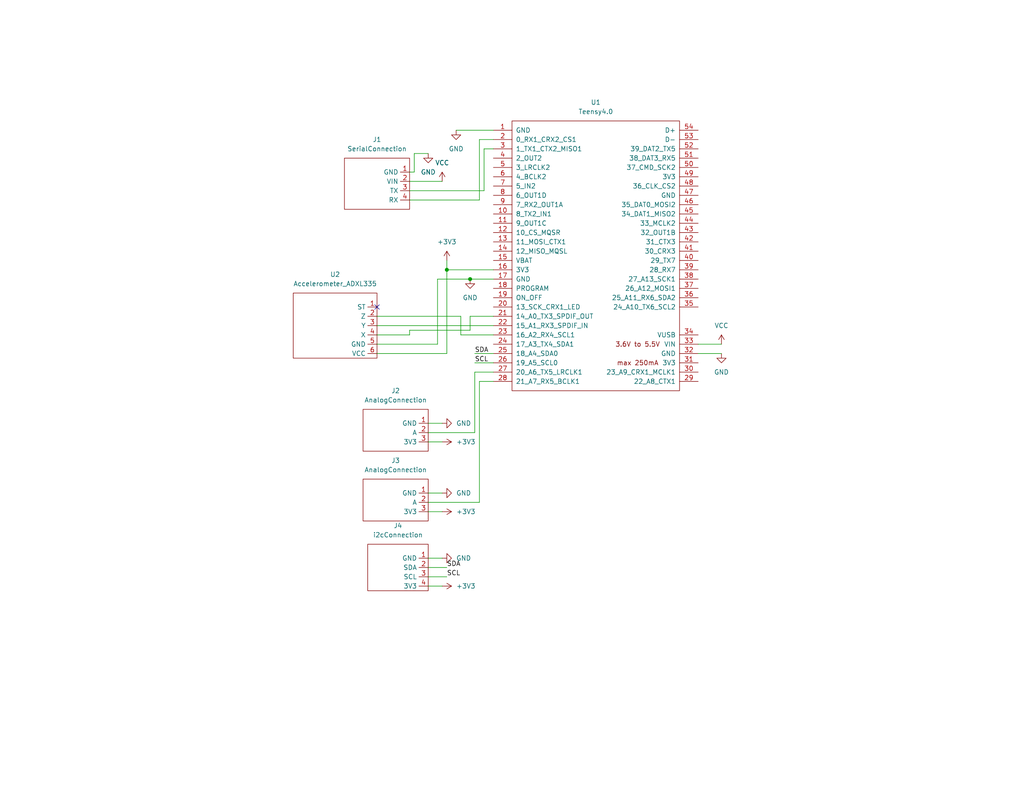
<source format=kicad_sch>
(kicad_sch (version 20211123) (generator eeschema)
  (paper "USLetter")
  (title_block (title "SDM-22 DAQ Wheel Module") (date "2022-02-04") (rev "v1") (company "Sun Devil Motorsports - Data Acquisition"))
  (lib_symbols
    (symbol "SDM:Accelerometer_ADXL335"
      (property "Reference" "U" (at 2.54 1.27 0))
      (property "Value" "Accelerometer_ADXL335" (at 5.08 -1.27 0))
      (symbol "Accelerometer_ADXL335_0_1"
        (rectangle (start -6.35 0) (end 16.51 -17.78))
      )
      (symbol "Accelerometer_ADXL335_1_1"
        (pin input line (at -6.35 -3.81 0) (length 2.54) (name "ST") (number "1"))
        (pin output line (at -6.35 -6.35 0) (length 2.54) (name "Z") (number "2"))
        (pin output line (at -6.35 -8.89 0) (length 2.54) (name "Y") (number "3"))
        (pin output line (at -6.35 -11.43 0) (length 2.54) (name "X") (number "4"))
        (pin input line (at -6.35 -13.97 0) (length 2.54) (name "GND") (number "5"))
        (pin input line (at -6.35 -16.51 0) (length 2.54) (name "VCC") (number "6"))
      )
    )
    (symbol "SDM:AnalogConnection"
      (property "Reference" "C" (at 0 0 0))
      (property "Value" "AnalogConnection" (at 1.27 -2.54 0))
      (symbol "AnalogConnection_0_1"
        (rectangle (start -7.62 -12.7) (end 10.16 -1.27))
      )
      (symbol "AnalogConnection_1_1"
        (pin input line (at -7.62 -5.08 0) (length 2.54) (name "GND") (number "1"))
        (pin input line (at -7.62 -7.62 0) (length 2.54) (name "A") (number "2"))
        (pin input line (at -7.62 -10.16 0) (length 2.54) (name "3V3") (number "3"))
      )
    )
    (symbol "SDM:SerialConnection"
      (property "Reference" "C" (at 0 0 0))
      (property "Value" "SerialConnection" (at 1.27 -2.54 0))
      (symbol "SerialConnection_0_1"
        (rectangle (start -7.62 -1.27) (end 10.16 -15.24))
      )
      (symbol "SerialConnection_1_1"
        (pin input line (at -7.62 -5.08 0) (length 2.54) (name "GND") (number "1"))
        (pin input line (at -7.62 -7.62 0) (length 2.54) (name "VIN") (number "2"))
        (pin input line (at -7.62 -10.16 0) (length 2.54) (name "TX") (number "3"))
        (pin input line (at -7.62 -12.7 0) (length 2.54) (name "RX") (number "4"))
      )
    )
    (symbol "SDM:i2cConnection"
      (property "Reference" "C" (at 0 0 0))
      (property "Value" "i2cConnection" (at 3.81 -2.54 0))
      (symbol "i2cConnection_0_1"
        (rectangle (start -5.08 -13.97) (end 11.43 -1.27))
      )
      (symbol "i2cConnection_1_1"
        (pin input line (at -5.08 -5.08 0) (length 2.54) (name "GND") (number "1"))
        (pin input line (at -5.08 -7.62 0) (length 2.54) (name "SDA") (number "2"))
        (pin input line (at -5.08 -10.16 0) (length 2.54) (name "SCL") (number "3"))
        (pin input line (at -5.08 -12.7 0) (length 2.54) (name "3V3") (number "4"))
      )
    )
    (symbol "Teensy:Teensy4.0" (pin_names (offset 1.016))
      (property "Reference" "U" (at 0 39.37 0))
      (property "Value" "Teensy4.0" (at 0 -39.37 0))
      (symbol "Teensy4.0_0_0"
        (text "3.6V to 5.5V" (at 11.43 -24.13 0) (effects (font (size 1.27 1.27))))
        (text "max 250mA" (at 11.43 -29.21 0) (effects (font (size 1.27 1.27))))
        (pin bidirectional line (at -27.94 11.43 0) (length 5.08) (name "8_TX2_IN1") (number "10"))
        (pin bidirectional line (at -27.94 8.89 0) (length 5.08) (name "9_OUT1C") (number "11"))
        (pin bidirectional line (at -27.94 6.35 0) (length 5.08) (name "10_CS_MQSR") (number "12"))
        (pin bidirectional line (at -27.94 3.81 0) (length 5.08) (name "11_MOSI_CTX1") (number "13"))
        (pin bidirectional line (at -27.94 1.27 0) (length 5.08) (name "12_MISO_MQSL") (number "14"))
        (pin power_in line (at -27.94 -1.27 0) (length 5.08) (name "VBAT") (number "15"))
        (pin power_in line (at -27.94 -3.81 0) (length 5.08) (name "3V3") (number "16"))
        (pin power_in line (at -27.94 -6.35 0) (length 5.08) (name "GND") (number "17"))
        (pin input line (at -27.94 -8.89 0) (length 5.08) (name "PROGRAM") (number "18"))
        (pin input line (at -27.94 -11.43 0) (length 5.08) (name "ON_OFF") (number "19"))
        (pin bidirectional line (at -27.94 -13.97 0) (length 5.08) (name "13_SCK_CRX1_LED") (number "20"))
        (pin bidirectional line (at -27.94 -16.51 0) (length 5.08) (name "14_A0_TX3_SPDIF_OUT") (number "21"))
        (pin bidirectional line (at -27.94 -19.05 0) (length 5.08) (name "15_A1_RX3_SPDIF_IN") (number "22"))
        (pin bidirectional line (at -27.94 -21.59 0) (length 5.08) (name "16_A2_RX4_SCL1") (number "23"))
        (pin bidirectional line (at -27.94 -24.13 0) (length 5.08) (name "17_A3_TX4_SDA1") (number "24"))
        (pin bidirectional line (at -27.94 -26.67 0) (length 5.08) (name "18_A4_SDA0") (number "25"))
        (pin bidirectional line (at -27.94 -29.21 0) (length 5.08) (name "19_A5_SCL0") (number "26"))
        (pin bidirectional line (at -27.94 -31.75 0) (length 5.08) (name "20_A6_TX5_LRCLK1") (number "27"))
        (pin bidirectional line (at -27.94 -34.29 0) (length 5.08) (name "21_A7_RX5_BCLK1") (number "28"))
        (pin bidirectional line (at 27.94 -34.29 180) (length 5.08) (name "22_A8_CTX1") (number "29"))
        (pin bidirectional line (at 27.94 -31.75 180) (length 5.08) (name "23_A9_CRX1_MCLK1") (number "30"))
        (pin power_out line (at 27.94 -29.21 180) (length 5.08) (name "3V3") (number "31"))
        (pin power_in line (at 27.94 -26.67 180) (length 5.08) (name "GND") (number "32"))
        (pin power_in line (at 27.94 -24.13 180) (length 5.08) (name "VIN") (number "33"))
        (pin power_out line (at 27.94 -21.59 180) (length 5.08) (name "VUSB") (number "34"))
        (pin bidirectional line (at 27.94 -13.97 180) (length 5.08) (name "24_A10_TX6_SCL2") (number "35"))
        (pin bidirectional line (at 27.94 -11.43 180) (length 5.08) (name "25_A11_RX6_SDA2") (number "36"))
        (pin bidirectional line (at 27.94 -8.89 180) (length 5.08) (name "26_A12_MOSI1") (number "37"))
        (pin bidirectional line (at 27.94 -6.35 180) (length 5.08) (name "27_A13_SCK1") (number "38"))
        (pin bidirectional line (at 27.94 -3.81 180) (length 5.08) (name "28_RX7") (number "39"))
        (pin bidirectional line (at 27.94 -1.27 180) (length 5.08) (name "29_TX7") (number "40"))
        (pin bidirectional line (at 27.94 1.27 180) (length 5.08) (name "30_CRX3") (number "41"))
        (pin bidirectional line (at 27.94 3.81 180) (length 5.08) (name "31_CTX3") (number "42"))
        (pin bidirectional line (at 27.94 6.35 180) (length 5.08) (name "32_OUT1B") (number "43"))
        (pin bidirectional line (at 27.94 8.89 180) (length 5.08) (name "33_MCLK2") (number "44"))
        (pin bidirectional line (at 27.94 11.43 180) (length 5.08) (name "34_DAT1_MISO2") (number "45"))
        (pin bidirectional line (at 27.94 13.97 180) (length 5.08) (name "35_DAT0_MOSI2") (number "46"))
        (pin power_out line (at 27.94 16.51 180) (length 5.08) (name "GND") (number "47"))
        (pin bidirectional line (at 27.94 19.05 180) (length 5.08) (name "36_CLK_CS2") (number "48"))
        (pin power_out line (at 27.94 21.59 180) (length 5.08) (name "3V3") (number "49"))
        (pin bidirectional line (at -27.94 24.13 0) (length 5.08) (name "3_LRCLK2") (number "5"))
        (pin bidirectional line (at 27.94 24.13 180) (length 5.08) (name "37_CMD_SCK2") (number "50"))
        (pin bidirectional line (at 27.94 26.67 180) (length 5.08) (name "38_DAT3_RX5") (number "51"))
        (pin bidirectional line (at 27.94 29.21 180) (length 5.08) (name "39_DAT2_TX5") (number "52"))
        (pin bidirectional line (at 27.94 31.75 180) (length 5.08) (name "D-") (number "53"))
        (pin bidirectional line (at 27.94 34.29 180) (length 5.08) (name "D+") (number "54"))
        (pin bidirectional line (at -27.94 21.59 0) (length 5.08) (name "4_BCLK2") (number "6"))
        (pin bidirectional line (at -27.94 19.05 0) (length 5.08) (name "5_IN2") (number "7"))
        (pin bidirectional line (at -27.94 16.51 0) (length 5.08) (name "6_OUT1D") (number "8"))
        (pin bidirectional line (at -27.94 13.97 0) (length 5.08) (name "7_RX2_OUT1A") (number "9"))
      )
      (symbol "Teensy4.0_0_1"
        (rectangle (start -22.86 36.83) (end 22.86 -36.83))
        (rectangle (start -20.32 -31.75) (end -20.32 -31.75))
      )
      (symbol "Teensy4.0_1_1"
        (pin power_in line (at -27.94 34.29 0) (length 5.08) (name "GND") (number "1"))
        (pin bidirectional line (at -27.94 31.75 0) (length 5.08) (name "0_RX1_CRX2_CS1") (number "2"))
        (pin bidirectional line (at -27.94 29.21 0) (length 5.08) (name "1_TX1_CTX2_MISO1") (number "3"))
        (pin bidirectional line (at -27.94 26.67 0) (length 5.08) (name "2_OUT2") (number "4"))
      )
    )
    (symbol "power:+3V3" (power) (pin_names (offset 0))
      (property "Value" "+3V3" (at 0 3.556 0))
      (symbol "+3V3_0_1"
        (polyline (pts (xy -0.762 1.27) (xy 0 2.54)))
        (polyline (pts (xy 0 0) (xy 0 2.54)))
        (polyline (pts (xy 0 2.54) (xy 0.762 1.27)))
      )
      (symbol "+3V3_1_1"
        (pin power_in line (at 0 0 90) (length 0) hide (name "+3V3") (number "1"))
      )
    )
    (symbol "power:GND" (power) (pin_names (offset 0))
      (property "Value" "GND" (at 0 -3.81 0))
      (symbol "GND_0_1"
        (polyline (pts (xy 0 0) (xy 0 -1.27) (xy 1.27 -1.27) (xy 0 -2.54) (xy -1.27 -1.27) (xy 0 -1.27)))
      )
      (symbol "GND_1_1"
        (pin power_in line (at 0 0 270) (length 0) hide (name "GND") (number "1"))
      )
    )
    (symbol "power:VCC" (power) (pin_names (offset 0))
      (property "Value" "VCC" (at 0 3.81 0))
      (symbol "VCC_0_1"
        (polyline (pts (xy -0.762 1.27) (xy 0 2.54)))
        (polyline (pts (xy 0 0) (xy 0 2.54)))
        (polyline (pts (xy 0 2.54) (xy 0.762 1.27)))
      )
      (symbol "VCC_1_1"
        (pin power_in line (at 0 0 90) (length 0) hide (name "VCC") (number "1"))
      )
    )
  )
  (junction (at 121.92 73.66))
  (junction (at 128.27 76.2))
  (no_connect (at 102.87 83.82))
  (wire (pts (xy 102.87 96.52) (xy 121.92 96.52)))
  (wire (pts (xy 111.76 90.17) (xy 111.76 91.44)))
  (wire (pts (xy 190.5 93.98) (xy 196.85 93.98)))
  (wire (pts (xy 113.03 41.91) (xy 116.84 41.91)))
  (wire (pts (xy 129.54 101.6) (xy 129.54 118.11)))
  (wire (pts (xy 121.92 96.52) (xy 121.92 73.66)))
  (wire (pts (xy 134.62 38.1) (xy 130.81 38.1)))
  (wire (pts (xy 130.81 54.61) (xy 111.76 54.61)))
  (wire (pts (xy 129.54 96.52) (xy 134.62 96.52)))
  (wire (pts (xy 102.87 86.36) (xy 125.73 86.36)))
  (wire (pts (xy 128.27 76.2) (xy 134.62 76.2)))
  (wire (pts (xy 190.5 96.52) (xy 196.85 96.52)))
  (wire (pts (xy 129.54 99.06) (xy 134.62 99.06)))
  (wire (pts (xy 132.08 52.07) (xy 111.76 52.07)))
  (wire (pts (xy 116.84 154.94) (xy 121.92 154.94)))
  (wire (pts (xy 111.76 46.99) (xy 113.03 46.99)))
  (wire (pts (xy 116.84 120.65) (xy 120.65 120.65)))
  (wire (pts (xy 134.62 101.6) (xy 129.54 101.6)))
  (wire (pts (xy 130.81 137.16) (xy 130.81 104.14)))
  (wire (pts (xy 121.92 71.12) (xy 121.92 73.66)))
  (wire (pts (xy 134.62 86.36) (xy 128.27 86.36)))
  (wire (pts (xy 116.84 157.48) (xy 121.92 157.48)))
  (wire (pts (xy 111.76 49.53) (xy 120.65 49.53)))
  (wire (pts (xy 116.84 118.11) (xy 129.54 118.11)))
  (wire (pts (xy 130.81 104.14) (xy 134.62 104.14)))
  (wire (pts (xy 119.38 93.98) (xy 119.38 76.2)))
  (wire (pts (xy 125.73 86.36) (xy 125.73 91.44)))
  (wire (pts (xy 102.87 93.98) (xy 119.38 93.98)))
  (wire (pts (xy 116.84 137.16) (xy 130.81 137.16)))
  (wire (pts (xy 116.84 139.7) (xy 120.65 139.7)))
  (wire (pts (xy 116.84 134.62) (xy 120.65 134.62)))
  (wire (pts (xy 124.46 35.56) (xy 134.62 35.56)))
  (wire (pts (xy 102.87 88.9) (xy 134.62 88.9)))
  (wire (pts (xy 111.76 91.44) (xy 102.87 91.44)))
  (wire (pts (xy 128.27 90.17) (xy 111.76 90.17)))
  (wire (pts (xy 119.38 76.2) (xy 128.27 76.2)))
  (wire (pts (xy 128.27 86.36) (xy 128.27 90.17)))
  (wire (pts (xy 125.73 91.44) (xy 134.62 91.44)))
  (wire (pts (xy 134.62 73.66) (xy 121.92 73.66)))
  (wire (pts (xy 113.03 46.99) (xy 113.03 41.91)))
  (wire (pts (xy 116.84 115.57) (xy 120.65 115.57)))
  (wire (pts (xy 116.84 160.02) (xy 120.65 160.02)))
  (wire (pts (xy 134.62 40.64) (xy 132.08 40.64)))
  (wire (pts (xy 132.08 40.64) (xy 132.08 52.07)))
  (wire (pts (xy 116.84 152.4) (xy 120.65 152.4)))
  (wire (pts (xy 130.81 38.1) (xy 130.81 54.61)))
  (label "SCL" (at 129.54 99.06 0))
  (label "SDA" (at 121.92 154.94 0))
  (label "SDA" (at 129.54 96.52 0))
  (label "SCL" (at 121.92 157.48 0))
  (symbol (lib_id "power:GND") (at 116.84 41.91 0) (unit 1)
    (property "Reference" "#PWR0101" (effects hide))
    (property "Value" "GND" (at 116.84 46.99 0))
  )
  (symbol (lib_id "SDM:AnalogConnection") (at 109.22 129.54 0) (mirror y) (unit 1)
    (property "Reference" "J3" (at 107.95 125.73 0))
    (property "Value" "AnalogConnection" (at 107.95 128.27 0))
    (property "Footprint" "SDM:3Wire_AnalogConnector" (effects hide))
  )
  (symbol (lib_id "SDM:AnalogConnection") (at 109.22 110.49 0) (mirror y) (unit 1)
    (property "Reference" "J2" (at 107.95 106.68 0))
    (property "Value" "AnalogConnection" (at 107.95 109.22 0))
    (property "Footprint" "SDM:3Wire_AnalogConnector" (effects hide))
  )
  (symbol (lib_id "power:+3V3") (at 120.65 160.02 270) (unit 1)
    (property "Reference" "#PWR0107" (effects hide))
    (property "Value" "+3V3" (at 124.46 160.0199 90) (effects (justify left)))
  )
  (symbol (lib_id "power:+3V3") (at 120.65 120.65 270) (unit 1)
    (property "Reference" "#PWR0110" (effects hide))
    (property "Value" "+3V3" (at 124.46 120.6499 90) (effects (justify left)))
  )
  (symbol (lib_id "Teensy:Teensy4.0") (at 162.56 69.85 0) (unit 1)
    (property "Reference" "U1" (at 162.56 27.94 0))
    (property "Value" "Teensy4.0" (at 162.56 30.48 0))
    (property "Footprint" "Teensy:Teensy40" (effects hide))
  )
  (symbol (lib_id "power:+3V3") (at 120.65 139.7 270) (unit 1)
    (property "Reference" "#PWR0111" (effects hide))
    (property "Value" "+3V3" (at 124.46 139.6999 90) (effects (justify left)))
  )
  (symbol (lib_id "power:+3V3") (at 121.92 71.12 0) (unit 1)
    (property "Reference" "#PWR0114" (effects hide))
    (property "Value" "+3V3" (at 121.92 66.04 0))
  )
  (symbol (lib_id "power:VCC") (at 196.85 93.98 0) (unit 1)
    (property "Reference" "#PWR0112" (effects hide))
    (property "Value" "VCC" (at 196.85 88.9 0))
  )
  (symbol (lib_id "power:GND") (at 196.85 96.52 0) (unit 1)
    (property "Reference" "#PWR0113" (effects hide))
    (property "Value" "GND" (at 196.85 101.6 0))
  )
  (symbol (lib_id "power:GND") (at 128.27 76.2 0) (unit 1)
    (property "Reference" "#PWR0105" (effects hide))
    (property "Value" "GND" (at 128.27 81.28 0))
  )
  (symbol (lib_id "SDM:Accelerometer_ADXL335") (at 96.52 80.01 0) (mirror y) (unit 1)
    (property "Reference" "U2" (at 91.44 74.93 0))
    (property "Value" "Accelerometer_ADXL335" (at 91.44 77.47 0))
    (property "Footprint" "Connector_PinSocket_2.54mm:PinSocket_1x06_P2.54mm_Vertical" (effects hide))
  )
  (symbol (lib_id "power:VCC") (at 120.65 49.53 0) (unit 1)
    (property "Reference" "#PWR0102" (effects hide))
    (property "Value" "VCC" (at 120.65 44.45 0))
  )
  (symbol (lib_id "SDM:SerialConnection") (at 104.14 41.91 0) (mirror y) (unit 1)
    (property "Reference" "J1" (at 102.87 38.1 0))
    (property "Value" "SerialConnection" (at 102.87 40.64 0))
    (property "Footprint" "SDM:4Wire_SerialConnector" (effects hide))
  )
  (symbol (lib_id "power:GND") (at 120.65 134.62 90) (unit 1)
    (property "Reference" "#PWR0106" (effects hide))
    (property "Value" "GND" (at 124.46 134.6199 90) (effects (justify right)))
  )
  (symbol (lib_id "SDM:i2cConnection") (at 111.76 147.32 0) (mirror y) (unit 1)
    (property "Reference" "J4" (at 108.585 143.51 0))
    (property "Value" "i2cConnection" (at 108.585 146.05 0))
    (property "Footprint" "SDM:4Wire_i2cConnector" (effects hide))
  )
  (symbol (lib_id "power:GND") (at 124.46 35.56 0) (unit 1)
    (property "Reference" "#PWR0103" (effects hide))
    (property "Value" "GND" (at 124.46 40.64 0))
  )
  (symbol (lib_id "power:GND") (at 120.65 152.4 90) (unit 1)
    (property "Reference" "#PWR0108" (effects hide))
    (property "Value" "GND" (at 124.46 152.3999 90) (effects (justify right)))
  )
  (symbol (lib_id "power:GND") (at 120.65 115.57 90) (unit 1)
    (property "Reference" "#PWR0109" (effects hide))
    (property "Value" "GND" (at 124.46 115.5699 90) (effects (justify right)))
  )
)
</source>
